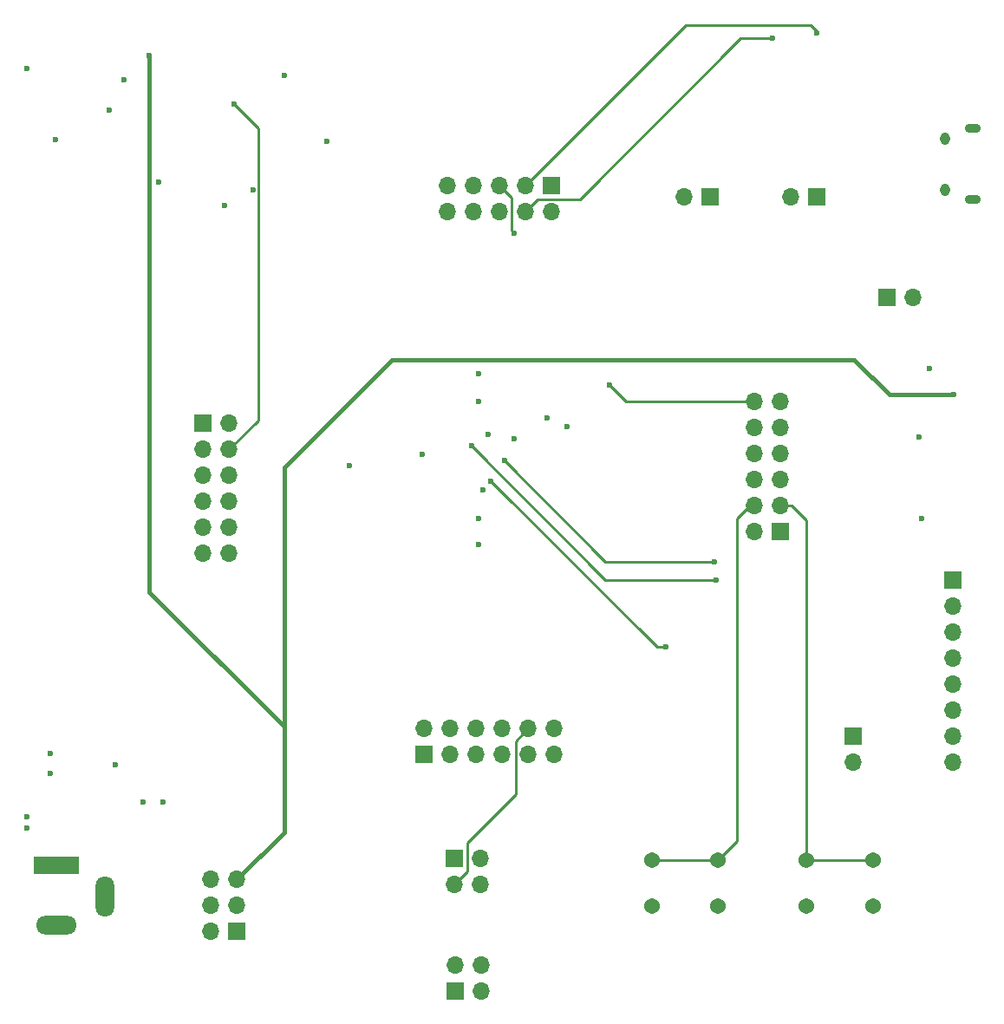
<source format=gbl>
G04 #@! TF.GenerationSoftware,KiCad,Pcbnew,(5.1.10)-1*
G04 #@! TF.CreationDate,2022-01-02T12:56:15-07:00*
G04 #@! TF.ProjectId,SAMD21,53414d44-3231-42e6-9b69-6361645f7063,rev?*
G04 #@! TF.SameCoordinates,Original*
G04 #@! TF.FileFunction,Copper,L4,Bot*
G04 #@! TF.FilePolarity,Positive*
%FSLAX46Y46*%
G04 Gerber Fmt 4.6, Leading zero omitted, Abs format (unit mm)*
G04 Created by KiCad (PCBNEW (5.1.10)-1) date 2022-01-02 12:56:15*
%MOMM*%
%LPD*%
G01*
G04 APERTURE LIST*
G04 #@! TA.AperFunction,ComponentPad*
%ADD10O,1.550000X0.890000*%
G04 #@! TD*
G04 #@! TA.AperFunction,ComponentPad*
%ADD11O,0.950000X1.250000*%
G04 #@! TD*
G04 #@! TA.AperFunction,ComponentPad*
%ADD12R,4.400000X1.800000*%
G04 #@! TD*
G04 #@! TA.AperFunction,ComponentPad*
%ADD13O,4.000000X1.800000*%
G04 #@! TD*
G04 #@! TA.AperFunction,ComponentPad*
%ADD14O,1.800000X4.000000*%
G04 #@! TD*
G04 #@! TA.AperFunction,ComponentPad*
%ADD15O,1.700000X1.700000*%
G04 #@! TD*
G04 #@! TA.AperFunction,ComponentPad*
%ADD16R,1.700000X1.700000*%
G04 #@! TD*
G04 #@! TA.AperFunction,ComponentPad*
%ADD17C,1.540000*%
G04 #@! TD*
G04 #@! TA.AperFunction,ViaPad*
%ADD18C,0.600000*%
G04 #@! TD*
G04 #@! TA.AperFunction,Conductor*
%ADD19C,0.400000*%
G04 #@! TD*
G04 #@! TA.AperFunction,Conductor*
%ADD20C,0.250000*%
G04 #@! TD*
G04 APERTURE END LIST*
D10*
X162550000Y-52450000D03*
X162550000Y-59450000D03*
D11*
X159850000Y-53450000D03*
X159850000Y-58450000D03*
D12*
X73050000Y-124450000D03*
D13*
X73050000Y-130250000D03*
D14*
X77850000Y-127450000D03*
D15*
X88160000Y-125820000D03*
X90700000Y-125820000D03*
X88160000Y-128360000D03*
X90700000Y-128360000D03*
X88160000Y-130900000D03*
D16*
X90700000Y-130900000D03*
D15*
X141200000Y-79120000D03*
X143740000Y-79120000D03*
X141200000Y-81660000D03*
X143740000Y-81660000D03*
X141200000Y-84200000D03*
X143740000Y-84200000D03*
X141200000Y-86740000D03*
X143740000Y-86740000D03*
X141200000Y-89280000D03*
X143740000Y-89280000D03*
X141200000Y-91820000D03*
D16*
X143740000Y-91820000D03*
D17*
X137700000Y-128400000D03*
X131200000Y-128400000D03*
X137700000Y-123900000D03*
X131200000Y-123900000D03*
X152800000Y-128400000D03*
X146300000Y-128400000D03*
X152800000Y-123900000D03*
X146300000Y-123900000D03*
D15*
X160600000Y-114380000D03*
X160600000Y-111840000D03*
X160600000Y-109300000D03*
X160600000Y-106760000D03*
X160600000Y-104220000D03*
X160600000Y-101680000D03*
X160600000Y-99140000D03*
D16*
X160600000Y-96600000D03*
D15*
X111240000Y-60600000D03*
X111240000Y-58060000D03*
X113780000Y-60600000D03*
X113780000Y-58060000D03*
X116320000Y-60600000D03*
X116320000Y-58060000D03*
X118860000Y-60600000D03*
X118860000Y-58060000D03*
X121400000Y-60600000D03*
D16*
X121400000Y-58060000D03*
D15*
X150900000Y-114400000D03*
D16*
X150900000Y-111860000D03*
D15*
X121640000Y-111100000D03*
X121640000Y-113640000D03*
X119100000Y-111100000D03*
X119100000Y-113640000D03*
X116560000Y-111100000D03*
X116560000Y-113640000D03*
X114020000Y-111100000D03*
X114020000Y-113640000D03*
X111480000Y-111100000D03*
X111480000Y-113640000D03*
X108940000Y-111100000D03*
D16*
X108940000Y-113640000D03*
D15*
X89940000Y-94000000D03*
X87400000Y-94000000D03*
X89940000Y-91460000D03*
X87400000Y-91460000D03*
X89940000Y-88920000D03*
X87400000Y-88920000D03*
X89940000Y-86380000D03*
X87400000Y-86380000D03*
X89940000Y-83840000D03*
X87400000Y-83840000D03*
X89940000Y-81300000D03*
D16*
X87400000Y-81300000D03*
D15*
X114540000Y-134160000D03*
X114540000Y-136700000D03*
X112000000Y-134160000D03*
D16*
X112000000Y-136700000D03*
D15*
X114440000Y-126340000D03*
X111900000Y-126340000D03*
X114440000Y-123800000D03*
D16*
X111900000Y-123800000D03*
D15*
X144760000Y-59200000D03*
D16*
X147300000Y-59200000D03*
D15*
X134360000Y-59200000D03*
D16*
X136900000Y-59200000D03*
D15*
X156740000Y-69000000D03*
D16*
X154200000Y-69000000D03*
D18*
X70200000Y-120800000D03*
X70200000Y-119700000D03*
X78800000Y-114600000D03*
X81500000Y-118300000D03*
X83500000Y-118300000D03*
X73000000Y-53600000D03*
X70200000Y-46600000D03*
X83100000Y-57700000D03*
X79700000Y-47700000D03*
X92274990Y-58500000D03*
X108800000Y-84300000D03*
X114300000Y-76400000D03*
X115250000Y-82350000D03*
X117750000Y-82750000D03*
X122900000Y-81600000D03*
X114700000Y-87800000D03*
X114300000Y-93100000D03*
X158300003Y-75899997D03*
X157300000Y-82600000D03*
X72500000Y-113500000D03*
X72500000Y-115500000D03*
X99487500Y-53712500D03*
X89525000Y-59975000D03*
X78225000Y-50675000D03*
X95300000Y-47300000D03*
X101700000Y-85400000D03*
X114300000Y-79100000D03*
X121020000Y-80720000D03*
X114275010Y-90550000D03*
X157600000Y-90600000D03*
X82150000Y-45350000D03*
X160700000Y-78500000D03*
X117800000Y-62700000D03*
X143000000Y-43700000D03*
X147300000Y-43200000D03*
X113600000Y-83500000D03*
X137500000Y-96600000D03*
X115500000Y-86900000D03*
X132600000Y-103100000D03*
X116800000Y-84900000D03*
X137300000Y-94800000D03*
X127100000Y-77500000D03*
X90400000Y-50100000D03*
D19*
X150950000Y-75050000D02*
X154400000Y-78500000D01*
X154400000Y-78500000D02*
X160700000Y-78500000D01*
X108650000Y-75050000D02*
X105850000Y-75050000D01*
X108350000Y-75050000D02*
X108650000Y-75050000D01*
X108650000Y-75050000D02*
X150950000Y-75050000D01*
X105850000Y-75050000D02*
X95300000Y-85600000D01*
X95300000Y-121220000D02*
X90700000Y-125820000D01*
X82150000Y-74850000D02*
X82150000Y-97750000D01*
X82150000Y-45350000D02*
X82150000Y-74850000D01*
X82150000Y-74850000D02*
X82150000Y-75050000D01*
X82150000Y-97750000D02*
X95300000Y-110900000D01*
X95300000Y-111300000D02*
X95300000Y-121220000D01*
X95300000Y-110900000D02*
X95300000Y-111300000D01*
X95300000Y-85600000D02*
X95300000Y-111300000D01*
D20*
X117500001Y-59240001D02*
X116320000Y-58060000D01*
X117500001Y-62400001D02*
X117500001Y-59240001D01*
X117800000Y-62700000D02*
X117500001Y-62400001D01*
X118860000Y-60600000D02*
X120060000Y-59400000D01*
X120060000Y-59400000D02*
X124200000Y-59400000D01*
X124200000Y-59400000D02*
X139900000Y-43700000D01*
X139900000Y-43700000D02*
X143000000Y-43700000D01*
X118860000Y-58060000D02*
X134520000Y-42400000D01*
X134520000Y-42400000D02*
X146700000Y-42400000D01*
X147300000Y-43000000D02*
X147300000Y-43200000D01*
X146700000Y-42400000D02*
X147300000Y-43000000D01*
X113600000Y-83500000D02*
X126700000Y-96600000D01*
X126700000Y-96600000D02*
X137500000Y-96600000D01*
X115500000Y-86900000D02*
X131700000Y-103100000D01*
X131700000Y-103100000D02*
X132600000Y-103100000D01*
X116800000Y-84900000D02*
X126700000Y-94800000D01*
X126700000Y-94800000D02*
X137300000Y-94800000D01*
X141200000Y-79120000D02*
X128720000Y-79120000D01*
X128720000Y-79120000D02*
X127100000Y-77500000D01*
X140820000Y-89280000D02*
X141200000Y-89280000D01*
X139500000Y-90600000D02*
X140820000Y-89280000D01*
X131200000Y-123900000D02*
X137700000Y-123900000D01*
X139500000Y-122100000D02*
X139500000Y-90600000D01*
X137700000Y-123900000D02*
X139500000Y-122100000D01*
X146300000Y-123900000D02*
X152800000Y-123900000D01*
X144880000Y-89280000D02*
X143740000Y-89280000D01*
X146300000Y-90700000D02*
X144880000Y-89280000D01*
X146300000Y-124000000D02*
X146300000Y-90700000D01*
X145900000Y-124400000D02*
X146300000Y-124000000D01*
X90400000Y-50100000D02*
X92800000Y-52500000D01*
X92800000Y-80980000D02*
X89940000Y-83840000D01*
X92800000Y-52500000D02*
X92800000Y-80980000D01*
X119100000Y-111100000D02*
X117900000Y-112300000D01*
X117900000Y-114300000D02*
X117900000Y-114500000D01*
X117900000Y-112300000D02*
X117900000Y-114300000D01*
X117900000Y-117500000D02*
X117900000Y-114300000D01*
X113200000Y-122200000D02*
X117900000Y-117500000D01*
X113200000Y-125040000D02*
X113200000Y-122200000D01*
X111900000Y-126340000D02*
X113200000Y-125040000D01*
M02*

</source>
